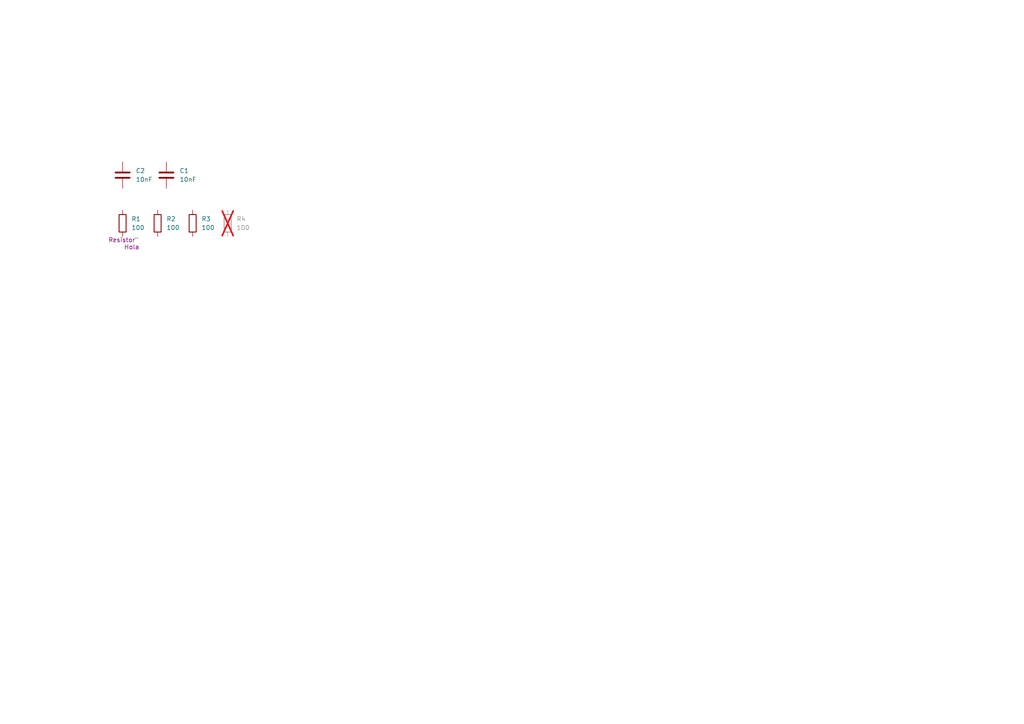
<source format=kicad_sch>
(kicad_sch (version 20250114) (generator "eeschema") (generator_version "9.0")
  (paper "A4")
  (lib_symbols
    (symbol "Device:C" (pin_numbers (hide yes)) (pin_names (offset 0.254))
      (property "Reference" "C" (at 0.635 2.54 0))
      (property "Value" "C" (at 0.635 -2.54 0))
      (symbol "C_0_1"
        (polyline (pts (xy -2.032 0.762) (xy 2.032 0.762)) (stroke (width 0.508)))
        (polyline (pts (xy -2.032 -0.762) (xy 2.032 -0.762)) (stroke (width 0.508)))
      )
      (symbol "C_1_1"
        (pin passive line (at 0 3.81 270) (length 2.794) (name "~") (number "1"))
        (pin passive line (at 0 -3.81 90) (length 2.794) (name "~") (number "2"))
      )
    )
    (symbol "Device:R" (pin_numbers (hide yes)) (pin_names (offset 0))
      (property "Reference" "R" (at 2.032 0 90))
      (property "Value" "R" (at 0 0 90))
      (symbol "R_0_1"
        (rectangle (start -1.016 -2.54) (end 1.016 2.54) (stroke (width 0.254)))
      )
      (symbol "R_1_1"
        (pin passive line (at 0 3.81 270) (length 1.27) (name "~") (number "1"))
        (pin passive line (at 0 -3.81 90) (length 1.27) (name "~") (number "2"))
      )
    )
  )
  (symbol (lib_id "Device:R") (at 35.56 64.77 0) (unit 1) (exclude_from_sim yes)
    (property "Reference" "R1" (at 38.1 63.4999 0) (effects (justify left)))
    (property "Value" "100" (at 38.1 66.0399 0) (effects (justify left)))
    (property "Description" "Resistor\"\n	Hola" (at 35.814 70.612 0))
  )
  (symbol (lib_id "Device:C") (at 35.56 50.8 0) (unit 1)
    (property "Reference" "C2" (at 39.37 49.5299 0) (effects (justify left)))
    (property "Value" "10nF" (at 39.37 52.0699 0) (effects (justify left)))
    (property "Description" "Unpolarized capacitor" (effects (hide yes)))
  )
  (symbol (lib_id "Device:R") (at 55.88 64.77 0) (unit 1) (on_board no)
    (property "Reference" "R3" (at 58.42 63.4999 0) (effects (justify left)))
    (property "Value" "100" (at 58.42 66.0399 0) (effects (justify left)))
    (property "Description" "Resistor" (effects (hide yes)))
  )
  (symbol (lib_id "Device:R") (at 66.04 64.77 0) (unit 1) (dnp yes)
    (property "Reference" "R4" (at 68.58 63.4999 0) (effects (justify left)))
    (property "Value" "100" (at 68.58 66.0399 0) (effects (justify left)))
    (property "Description" "Resistor" (effects (hide yes)))
  )
  (symbol (lib_id "Device:C") (at 48.26 50.8 0) (unit 1)
    (property "Reference" "C1" (at 52.07 49.5299 0) (effects (justify left)))
    (property "Value" "10nF" (at 52.07 52.0699 0) (effects (justify left)))
    (property "Description" "Unpolarized capacitor" (effects (hide yes)))
  )
  (symbol (lib_id "Device:R") (at 45.72 64.77 0) (unit 1)
    (property "Reference" "R2" (at 48.26 63.4999 0) (effects (justify left)))
    (property "Value" "100" (at 48.26 66.0399 0) (effects (justify left)))
    (property "Description" "Resistor" (effects (hide yes)))
  )
)
</source>
